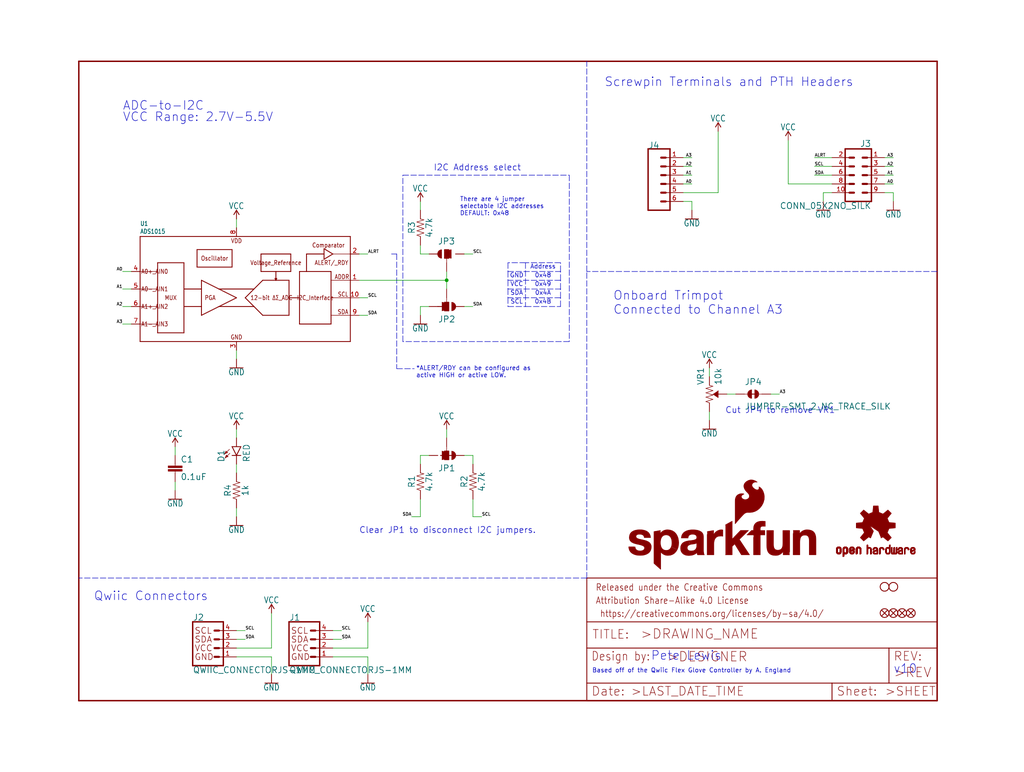
<source format=kicad_sch>
(kicad_sch (version 20211123) (generator eeschema)
  (paper "User" 297.002 223.926)
  (lib_symbols
    (symbol "eagleSchem-eagle-import:0.1UF-0603-25V-(+80{slash}-20%)"
      (property "Reference" "C" (at 1.524 2.921 0))
      (property "Value" "0.1UF-0603-25V-(+80{slash}-20%)" (at 1.524 -2.159 0))
      (symbol "0.1UF-0603-25V-(+80{slash}-20%)_1_0"
        (pin passive line (at 0 5.08 270) (length 2.54) (name "1") (number "1"))
        (pin passive line (at 0 -2.54 90) (length 2.54) (name "2") (number "2"))
      )
    )
    (symbol "eagleSchem-eagle-import:1KOHM-0603-1{slash}10W-1%"
      (property "Reference" "R" (at 0 1.524 0))
      (property "Value" "1KOHM-0603-1{slash}10W-1%" (at 0 -1.524 0))
      (symbol "1KOHM-0603-1{slash}10W-1%_1_0"
        (pin passive line (at -5.08 0 0) (length 2.54) (name "1") (number "1"))
        (pin passive line (at 5.08 0 180) (length 2.54) (name "2") (number "2"))
      )
    )
    (symbol "eagleSchem-eagle-import:4.7KOHM-0603-1{slash}10W-1%"
      (property "Reference" "R" (at 0 1.524 0))
      (property "Value" "4.7KOHM-0603-1{slash}10W-1%" (at 0 -1.524 0))
      (symbol "4.7KOHM-0603-1{slash}10W-1%_1_0"
        (pin passive line (at -5.08 0 0) (length 2.54) (name "1") (number "1"))
        (pin passive line (at 5.08 0 180) (length 2.54) (name "2") (number "2"))
      )
    )
    (symbol "eagleSchem-eagle-import:ADS1015"
      (property "Reference" "U" (at 2.54 33.02 0))
      (property "Value" "ADS1015" (at 2.54 31.242 0))
      (symbol "ADS1015_1_0"
        (text "12-bit ΔΣ_ADC" (at 40.64 12.7 0) (effects (font (size 1.27 1.0795))))
        (text "A0+_AIN0" (at 2.794 20.32 0) (effects (font (size 1.27 1.0795)) (justify left)))
        (text "A0-_AIN1" (at 2.794 15.24 0) (effects (font (size 1.27 1.0795)) (justify left)))
        (text "A1+_AIN2" (at 2.794 10.16 0) (effects (font (size 1.27 1.0795)) (justify left)))
        (text "A1-_AIN3" (at 2.794 5.08 0) (effects (font (size 1.27 1.0795)) (justify left)))
        (text "ADDR" (at 63.246 18.034 0) (effects (font (size 1.27 1.0795)) (justify right bottom)))
        (text "ALERT/_RDY" (at 62.992 22.86 0) (effects (font (size 1.27 1.0795)) (justify right)))
        (text "Comparator" (at 57.15 27.94 0) (effects (font (size 1.27 1.0795))))
        (text "GND" (at 30.48 1.27 0) (effects (font (size 1.27 1.0795))))
        (text "I2C_Interface" (at 53.34 12.7 0) (effects (font (size 1.27 1.0795))))
        (text "MUX" (at 11.43 12.7 0) (effects (font (size 1.27 1.0795))))
        (text "Oscillator" (at 24.13 24.13 0) (effects (font (size 1.27 1.0795))))
        (text "PGA" (at 22.86 12.7 0) (effects (font (size 1.27 1.0795))))
        (text "SCL" (at 62.992 12.954 0) (effects (font (size 1.27 1.0795)) (justify right bottom)))
        (text "SDA" (at 62.992 7.874 0) (effects (font (size 1.27 1.0795)) (justify right bottom)))
        (text "VDD" (at 30.48 29.21 0) (effects (font (size 1.27 1.0795))))
        (text "Voltage_Reference" (at 41.91 22.86 0) (effects (font (size 1.27 1.0795))))
        (pin bidirectional line (at 66.04 17.78 180) (length 2.54) (name "ADDR") (number "1"))
        (pin bidirectional line (at 66.04 12.7 180) (length 2.54) (name "SCL") (number "10"))
        (pin bidirectional line (at 66.04 25.4 180) (length 2.54) (name "ALERT/RDY") (number "2"))
        (pin bidirectional line (at 30.48 -2.54 90) (length 2.54) (name "VSS") (number "3"))
        (pin bidirectional line (at 0 20.32 0) (length 2.54) (name "AIN0") (number "4"))
        (pin bidirectional line (at 0 15.24 0) (length 2.54) (name "AIN1") (number "5"))
        (pin bidirectional line (at 0 10.16 0) (length 2.54) (name "AIN2") (number "6"))
        (pin bidirectional line (at 0 5.08 0) (length 2.54) (name "AIN3") (number "7"))
        (pin bidirectional line (at 30.48 33.02 270) (length 2.54) (name "VDD") (number "8"))
        (pin bidirectional line (at 66.04 7.62 180) (length 2.54) (name "SDA") (number "9"))
      )
    )
    (symbol "eagleSchem-eagle-import:CONN_05X2NO_SILK"
      (property "Reference" "J" (at -3.81 8.128 0))
      (property "Value" "CONN_05X2NO_SILK" (at -3.81 -9.906 0))
      (symbol "CONN_05X2NO_SILK_1_0"
        (pin passive line (at -7.62 5.08 0) (length 5.08) (name "1") (number "1"))
        (pin passive line (at 7.62 -5.08 180) (length 5.08) (name "10") (number "10"))
        (pin passive line (at 7.62 5.08 180) (length 5.08) (name "2") (number "2"))
        (pin passive line (at -7.62 2.54 0) (length 5.08) (name "3") (number "3"))
        (pin passive line (at 7.62 2.54 180) (length 5.08) (name "4") (number "4"))
        (pin passive line (at -7.62 0 0) (length 5.08) (name "5") (number "5"))
        (pin passive line (at 7.62 0 180) (length 5.08) (name "6") (number "6"))
        (pin passive line (at -7.62 -2.54 0) (length 5.08) (name "7") (number "7"))
        (pin passive line (at 7.62 -2.54 180) (length 5.08) (name "8") (number "8"))
        (pin passive line (at -7.62 -5.08 0) (length 5.08) (name "9") (number "9"))
      )
    )
    (symbol "eagleSchem-eagle-import:CONN_063.5MM-6"
      (property "Reference" "J" (at -5.08 10.668 0))
      (property "Value" "CONN_063.5MM-6" (at -5.08 -9.906 0))
      (symbol "CONN_063.5MM-6_1_0"
        (pin passive line (at 5.08 -5.08 180) (length 5.08) (name "1") (number "1"))
        (pin passive line (at 5.08 -2.54 180) (length 5.08) (name "2") (number "2"))
        (pin passive line (at 5.08 0 180) (length 5.08) (name "3") (number "3"))
        (pin passive line (at 5.08 2.54 180) (length 5.08) (name "4") (number "4"))
        (pin passive line (at 5.08 5.08 180) (length 5.08) (name "5") (number "5"))
        (pin passive line (at 5.08 7.62 180) (length 5.08) (name "6") (number "6"))
      )
    )
    (symbol "eagleSchem-eagle-import:FIDUCIALUFIDUCIAL")
    (symbol "eagleSchem-eagle-import:FRAME-LETTER"
      (symbol "FRAME-LETTER_2_0"
        (text " https://creativecommons.org/licenses/by-sa/4.0/" (at 2.54 24.13 0) (effects (font (size 1.9304 1.6408)) (justify left bottom)))
        (text ">DESIGNER" (at 23.114 11.176 0) (effects (font (size 2.7432 2.7432)) (justify left bottom)))
        (text ">DRAWING_NAME" (at 15.494 17.78 0) (effects (font (size 2.7432 2.7432)) (justify left bottom)))
        (text ">LAST_DATE_TIME" (at 12.7 1.27 0) (effects (font (size 2.54 2.54)) (justify left bottom)))
        (text ">REV" (at 88.9 6.604 0) (effects (font (size 2.7432 2.7432)) (justify left bottom)))
        (text ">SHEET" (at 86.36 1.27 0) (effects (font (size 2.54 2.54)) (justify left bottom)))
        (text "Attribution Share-Alike 4.0 License" (at 2.54 27.94 0) (effects (font (size 1.9304 1.6408)) (justify left bottom)))
        (text "Date:" (at 1.27 1.27 0) (effects (font (size 2.54 2.54)) (justify left bottom)))
        (text "Design by:" (at 1.27 11.43 0) (effects (font (size 2.54 2.159)) (justify left bottom)))
        (text "Released under the Creative Commons" (at 2.54 31.75 0) (effects (font (size 1.9304 1.6408)) (justify left bottom)))
        (text "REV:" (at 88.9 11.43 0) (effects (font (size 2.54 2.54)) (justify left bottom)))
        (text "Sheet:" (at 72.39 1.27 0) (effects (font (size 2.54 2.54)) (justify left bottom)))
        (text "TITLE:" (at 1.524 17.78 0) (effects (font (size 2.54 2.54)) (justify left bottom)))
      )
    )
    (symbol "eagleSchem-eagle-import:GND" (power)
      (property "Value" "GND" (at 0 -0.254 0))
      (symbol "GND_1_0"
        (pin power_in line (at 0 2.54 270) (length 2.54) (name "GND") (number "1"))
      )
    )
    (symbol "eagleSchem-eagle-import:JUMPER-SMT_2_NC_TRACE_SILK"
      (property "Reference" "JP" (at -2.54 2.54 0))
      (property "Value" "JUMPER-SMT_2_NC_TRACE_SILK" (at -2.54 -2.54 0))
      (symbol "JUMPER-SMT_2_NC_TRACE_SILK_1_0"
        (pin passive line (at -5.08 0 0) (length 2.54) (name "1") (number "1"))
        (pin passive line (at 5.08 0 180) (length 2.54) (name "2") (number "2"))
      )
    )
    (symbol "eagleSchem-eagle-import:JUMPER-SMT_3_1-NC_TRACE_NO-SILK"
      (property "Reference" "JP" (at 2.54 0.381 0))
      (property "Value" "JUMPER-SMT_3_1-NC_TRACE_NO-SILK" (at 2.54 -0.381 0))
      (symbol "JUMPER-SMT_3_1-NC_TRACE_NO-SILK_1_0"
        (pin passive line (at 0 5.08 270) (length 2.54) (name "1") (number "1"))
        (pin passive line (at -5.08 0 0) (length 2.54) (name "2") (number "2"))
        (pin passive line (at 0 -5.08 90) (length 2.54) (name "3") (number "3"))
      )
    )
    (symbol "eagleSchem-eagle-import:JUMPER-SMT_3_2-NC_TRACE_NO-SILK"
      (property "Reference" "JP" (at 2.54 0.381 0))
      (property "Value" "JUMPER-SMT_3_2-NC_TRACE_NO-SILK" (at 2.54 -0.381 0))
      (symbol "JUMPER-SMT_3_2-NC_TRACE_NO-SILK_1_0"
        (pin passive line (at 0 5.08 270) (length 2.54) (name "1") (number "1"))
        (pin passive line (at -5.08 0 0) (length 2.54) (name "2") (number "2"))
        (pin passive line (at 0 -5.08 90) (length 2.54) (name "3") (number "3"))
      )
    )
    (symbol "eagleSchem-eagle-import:JUMPER-SMT_3_NO_NO_SILK"
      (property "Reference" "JP" (at 2.54 0.381 0))
      (property "Value" "JUMPER-SMT_3_NO_NO_SILK" (at 2.54 -0.381 0))
      (symbol "JUMPER-SMT_3_NO_NO_SILK_1_0"
        (pin passive line (at 0 5.08 270) (length 2.54) (name "1") (number "1"))
        (pin passive line (at -5.08 0 0) (length 2.54) (name "2") (number "2"))
        (pin passive line (at 0 -5.08 90) (length 2.54) (name "3") (number "3"))
      )
    )
    (symbol "eagleSchem-eagle-import:LED-RED0603"
      (property "Reference" "D" (at -3.429 -4.572 90))
      (property "Value" "LED-RED0603" (at 1.905 -4.572 90))
      (symbol "LED-RED0603_1_0"
        (pin passive line (at 0 2.54 270) (length 2.54) (name "A") (number "A"))
        (pin passive line (at 0 -5.08 90) (length 2.54) (name "C") (number "C"))
      )
    )
    (symbol "eagleSchem-eagle-import:OSHW-LOGOS")
    (symbol "eagleSchem-eagle-import:QWIIC_CONNECTORJS-1MM"
      (property "Reference" "J" (at -5.08 7.874 0))
      (property "Value" "QWIIC_CONNECTORJS-1MM" (at -5.08 -5.334 0))
      (symbol "QWIIC_CONNECTORJS-1MM_1_0"
        (text "GND" (at -4.572 -2.54 0) (effects (font (size 1.778 1.778)) (justify left)))
        (text "SCL" (at -4.572 5.08 0) (effects (font (size 1.778 1.778)) (justify left)))
        (text "SDA" (at -4.572 2.54 0) (effects (font (size 1.778 1.778)) (justify left)))
        (text "VCC" (at -4.572 0 0) (effects (font (size 1.778 1.778)) (justify left)))
        (pin power_in line (at 7.62 -2.54 180) (length 5.08) (name "1") (number "1"))
        (pin power_in line (at 7.62 0 180) (length 5.08) (name "2") (number "2"))
        (pin passive line (at 7.62 2.54 180) (length 5.08) (name "3") (number "3"))
        (pin passive line (at 7.62 5.08 180) (length 5.08) (name "4") (number "4"))
      )
    )
    (symbol "eagleSchem-eagle-import:SFE_LOGO_FLAME.1_INCH")
    (symbol "eagleSchem-eagle-import:SFE_LOGO_NAME.1_INCH")
    (symbol "eagleSchem-eagle-import:STAND-OFF")
    (symbol "eagleSchem-eagle-import:TRIMPOT-SMD-3MM-CLOSED-1{slash}8W-20%"
      (property "Reference" "VR" (at -1.524 2.54 90))
      (property "Value" "TRIMPOT-SMD-3MM-CLOSED-1{slash}8W-20%" (at 1.524 2.54 90))
      (symbol "TRIMPOT-SMD-3MM-CLOSED-1{slash}8W-20%_1_0"
        (pin passive line (at 0 5.08 270) (length 2.54) (name "CCW") (number "1"))
        (pin passive line (at 5.08 0 180) (length 2.54) (name "WIPER") (number "2"))
        (pin passive line (at 0 -5.08 90) (length 2.54) (name "CW") (number "3"))
      )
    )
    (symbol "eagleSchem-eagle-import:VCC" (power)
      (property "Value" "VCC" (at 0 2.794 0))
      (symbol "VCC_1_0"
        (pin power_in line (at 0 0 90) (length 2.54) (name "VCC") (number "1"))
      )
    )
  )
  (junction (at 129.54 81.28))
  (wire (pts (xy 208.28 55.88) (xy 208.28 38.1)))
  (wire (pts (xy 198.12 50.8) (xy 200.66 50.8)))
  (wire (pts (xy 121.92 144.78) (xy 121.92 149.86)))
  (wire (pts (xy 96.52 190.5) (xy 106.68 190.5)))
  (wire (pts (xy 200.66 58.42) (xy 200.66 60.96)))
  (polyline (pts (xy 152.4 76.2) (xy 152.4 88.9)))
  (polyline (pts (xy 152.4 76.2) (xy 147.32 76.2)))
  (polyline (pts (xy 147.32 78.74) (xy 162.56 78.74)))
  (wire (pts (xy 104.14 81.28) (xy 129.54 81.28)))
  (wire (pts (xy 124.46 73.66) (xy 121.92 73.66)))
  (wire (pts (xy 68.58 149.86) (xy 68.58 147.32)))
  (wire (pts (xy 137.16 144.78) (xy 137.16 149.86)))
  (wire (pts (xy 124.46 132.08) (xy 121.92 132.08)))
  (wire (pts (xy 256.54 50.8) (xy 259.08 50.8)))
  (wire (pts (xy 256.54 48.26) (xy 259.08 48.26)))
  (wire (pts (xy 124.46 88.9) (xy 121.92 88.9)))
  (wire (pts (xy 68.58 63.5) (xy 68.58 66.04)))
  (wire (pts (xy 228.6 53.34) (xy 228.6 40.64)))
  (polyline (pts (xy 170.18 167.64) (xy 22.86 167.64)))
  (polyline (pts (xy 147.32 76.2) (xy 147.32 78.74)))
  (wire (pts (xy 213.36 114.3) (xy 210.82 114.3)))
  (wire (pts (xy 259.08 58.42) (xy 259.08 55.88)))
  (wire (pts (xy 205.74 109.22) (xy 205.74 106.68)))
  (wire (pts (xy 96.52 185.42) (xy 99.06 185.42)))
  (wire (pts (xy 198.12 48.26) (xy 200.66 48.26)))
  (wire (pts (xy 205.74 119.38) (xy 205.74 121.92)))
  (polyline (pts (xy 147.32 83.82) (xy 162.56 83.82)))
  (wire (pts (xy 38.1 93.98) (xy 35.56 93.98)))
  (wire (pts (xy 137.16 149.86) (xy 139.7 149.86)))
  (wire (pts (xy 241.3 55.88) (xy 238.76 55.88)))
  (wire (pts (xy 96.52 187.96) (xy 106.68 187.96)))
  (polyline (pts (xy 147.32 88.9) (xy 152.4 88.9)))
  (wire (pts (xy 241.3 48.26) (xy 236.22 48.26)))
  (wire (pts (xy 238.76 55.88) (xy 238.76 58.42)))
  (wire (pts (xy 68.58 190.5) (xy 78.74 190.5)))
  (wire (pts (xy 241.3 45.72) (xy 236.22 45.72)))
  (polyline (pts (xy 271.78 78.74) (xy 170.18 78.74)))
  (wire (pts (xy 198.12 55.88) (xy 208.28 55.88)))
  (polyline (pts (xy 115.062 73.66) (xy 115.062 106.934)))
  (wire (pts (xy 106.68 187.96) (xy 106.68 180.34)))
  (wire (pts (xy 134.62 73.66) (xy 137.16 73.66)))
  (wire (pts (xy 198.12 45.72) (xy 200.66 45.72)))
  (wire (pts (xy 68.58 137.16) (xy 68.58 134.62)))
  (wire (pts (xy 137.16 132.08) (xy 137.16 134.62)))
  (polyline (pts (xy 165.1 50.8) (xy 165.1 99.06)))
  (polyline (pts (xy 165.1 99.06) (xy 116.84 99.06)))
  (polyline (pts (xy 115.062 106.934) (xy 120.142 106.934)))
  (polyline (pts (xy 170.18 167.64) (xy 170.18 78.74)))
  (wire (pts (xy 256.54 53.34) (xy 259.08 53.34)))
  (wire (pts (xy 38.1 83.82) (xy 35.56 83.82)))
  (wire (pts (xy 198.12 53.34) (xy 200.66 53.34)))
  (polyline (pts (xy 116.84 50.8) (xy 165.1 50.8)))
  (wire (pts (xy 78.74 187.96) (xy 78.74 177.8)))
  (wire (pts (xy 106.68 190.5) (xy 106.68 195.58)))
  (polyline (pts (xy 162.56 76.2) (xy 152.4 76.2)))
  (polyline (pts (xy 162.56 81.28) (xy 162.56 78.74)))
  (wire (pts (xy 198.12 58.42) (xy 200.66 58.42)))
  (wire (pts (xy 50.8 139.7) (xy 50.8 142.24)))
  (wire (pts (xy 121.92 58.42) (xy 121.92 60.96)))
  (wire (pts (xy 121.92 132.08) (xy 121.92 134.62)))
  (polyline (pts (xy 170.18 78.74) (xy 170.18 17.78)))
  (polyline (pts (xy 147.32 78.74) (xy 147.32 81.28)))
  (wire (pts (xy 104.14 86.36) (xy 106.68 86.36)))
  (wire (pts (xy 121.92 149.86) (xy 119.38 149.86)))
  (wire (pts (xy 38.1 78.74) (xy 35.56 78.74)))
  (wire (pts (xy 241.3 53.34) (xy 228.6 53.34)))
  (polyline (pts (xy 147.32 81.28) (xy 147.32 83.82)))
  (wire (pts (xy 259.08 55.88) (xy 256.54 55.88)))
  (polyline (pts (xy 162.56 78.74) (xy 162.56 76.2)))
  (polyline (pts (xy 147.32 86.36) (xy 147.32 88.9)))
  (wire (pts (xy 68.58 187.96) (xy 78.74 187.96)))
  (wire (pts (xy 38.1 88.9) (xy 35.56 88.9)))
  (polyline (pts (xy 147.32 83.82) (xy 147.32 86.36)))
  (wire (pts (xy 134.62 132.08) (xy 137.16 132.08)))
  (wire (pts (xy 78.74 190.5) (xy 78.74 195.58)))
  (wire (pts (xy 50.8 129.54) (xy 50.8 132.08)))
  (polyline (pts (xy 152.4 88.9) (xy 162.56 88.9)))
  (wire (pts (xy 223.52 114.3) (xy 226.06 114.3)))
  (polyline (pts (xy 113.538 73.66) (xy 115.062 73.66)))
  (wire (pts (xy 129.54 127) (xy 129.54 124.46)))
  (wire (pts (xy 68.58 182.88) (xy 71.12 182.88)))
  (wire (pts (xy 256.54 45.72) (xy 259.08 45.72)))
  (wire (pts (xy 241.3 50.8) (xy 236.22 50.8)))
  (wire (pts (xy 68.58 124.46) (xy 68.58 127)))
  (wire (pts (xy 104.14 91.44) (xy 106.68 91.44)))
  (wire (pts (xy 104.14 73.66) (xy 106.68 73.66)))
  (polyline (pts (xy 162.56 81.28) (xy 147.32 81.28)))
  (polyline (pts (xy 162.56 86.36) (xy 147.32 86.36)))
  (polyline (pts (xy 162.56 86.36) (xy 162.56 83.82)))
  (wire (pts (xy 68.58 185.42) (xy 71.12 185.42)))
  (wire (pts (xy 96.52 182.88) (xy 99.06 182.88)))
  (polyline (pts (xy 162.56 83.82) (xy 162.56 81.28)))
  (wire (pts (xy 121.92 73.66) (xy 121.92 71.12)))
  (wire (pts (xy 129.54 78.74) (xy 129.54 81.28)))
  (wire (pts (xy 121.92 88.9) (xy 121.92 91.44)))
  (wire (pts (xy 68.58 104.14) (xy 68.58 101.6)))
  (wire (pts (xy 129.54 81.28) (xy 129.54 83.82)))
  (polyline (pts (xy 116.84 99.06) (xy 116.84 50.8)))
  (polyline (pts (xy 162.56 88.9) (xy 162.56 86.36)))
  (wire (pts (xy 134.62 88.9) (xy 137.16 88.9)))
  (text "I2C Address select" (at 125.73 49.784 180) (effects (font (size 1.778 1.778)) (justify left bottom)))
  (text "ADC-to-I2C" (at 35.56 32.258 180) (effects (font (size 2.54 2.54)) (justify left bottom)))
  (text "Clear JP1 to disconnect I2C jumpers." (at 104.14 154.94 180) (effects (font (size 1.778 1.778)) (justify left bottom)))
  (text "There are 4 jumper\nselectable I2C addresses\nDEFAULT: 0x48" (at 133.35 62.738 0) (effects (font (size 1.27 1.27)) (justify left bottom)))
  (text "Pete Lewis" (at 188.722 191.77 180) (effects (font (size 2.54 2.54)) (justify left bottom)))
  (text "0x49" (at 157.48 82.55 180) (effects (font (size 1.27 1.27))))
  (text "GND" (at 149.86 80.01 180) (effects (font (size 1.27 1.27))))
  (text "SDA" (at 149.86 85.09 180) (effects (font (size 1.27 1.27))))
  (text "Onboard Trimpot\nConnected to Channel A3" (at 177.8 91.44 180) (effects (font (size 2.54 2.54)) (justify left bottom)))
  (text "0x4A" (at 157.48 85.09 180) (effects (font (size 1.27 1.27))))
  (text "Based off of the Qwiic Flex Glove Controller by A. England" (at 171.704 195.326 0) (effects (font (size 1.27 1.27)) (justify left bottom)))
  (text "Address" (at 157.48 77.47 180) (effects (font (size 1.27 1.27))))
  (text "Cut JP4 to remove VR1" (at 210.312 120.142 180) (effects (font (size 1.778 1.778)) (justify left bottom)))
  (text "0x48" (at 157.48 80.01 180) (effects (font (size 1.27 1.27))))
  (text "Qwiic Connectors" (at 27.178 174.498 180) (effects (font (size 2.54 2.54)) (justify left bottom)))
  (text "*ALERT/RDY can be configured as\nactive HIGH or active LOW." (at 120.65 109.728 0) (effects (font (size 1.27 1.27)) (justify left bottom)))
  (text "Screwpin Terminals and PTH Headers" (at 175.26 25.4 180) (effects (font (size 2.54 2.54)) (justify left bottom)))
  (text "VCC" (at 149.86 82.55 180) (effects (font (size 1.27 1.27))))
  (text "VCC Range: 2.7V-5.5V" (at 35.56 35.56 180) (effects (font (size 2.54 2.54)) (justify left bottom)))
  (text "v10" (at 259.08 195.58 180) (effects (font (size 2.54 2.54)) (justify left bottom)))
  (text "SCL" (at 149.86 87.63 180) (effects (font (size 1.27 1.27))))
  (text "0x4B" (at 157.48 87.63 180) (effects (font (size 1.27 1.27))))
  (label "ALRT" (at 106.68 73.66 0) (effects (font (size 0.889 0.889))))
  (label "A2" (at 35.56 88.9 180) (effects (font (size 0.889 0.889))))
  (label "A2" (at 200.66 48.26 180) (effects (font (size 0.889 0.889))))
  (label "SCL" (at 137.16 73.66 0) (effects (font (size 0.889 0.889))))
  (label "A3" (at 226.06 114.3 0) (effects (font (size 0.889 0.889))))
  (label "SDA" (at 99.06 185.42 0) (effects (font (size 0.889 0.889))))
  (label "SCL" (at 236.22 48.26 0) (effects (font (size 0.889 0.889))))
  (label "SCL" (at 99.06 182.88 0) (effects (font (size 0.889 0.889))))
  (label "A3" (at 35.56 93.98 180) (effects (font (size 0.889 0.889))))
  (label "A3" (at 200.66 45.72 180) (effects (font (size 0.889 0.889))))
  (label "A0" (at 200.66 53.34 180) (effects (font (size 0.889 0.889))))
  (label "A0" (at 259.08 53.34 180) (effects (font (size 0.889 0.889))))
  (label "A2" (at 259.08 48.26 180) (effects (font (size 0.889 0.889))))
  (label "SDA" (at 137.16 88.9 0) (effects (font (size 0.889 0.889))))
  (label "A1" (at 35.56 83.82 180) (effects (font (size 0.889 0.889))))
  (label "A1" (at 200.66 50.8 180) (effects (font (size 0.889 0.889))))
  (label "SDA" (at 106.68 91.44 0) (effects (font (size 0.889 0.889))))
  (label "SDA" (at 71.12 185.42 0) (effects (font (size 0.889 0.889))))
  (label "SCL" (at 139.7 149.86 0) (effects (font (size 0.889 0.889))))
  (label "A1" (at 259.08 50.8 180) (effects (font (size 0.889 0.889))))
  (label "A0" (at 35.56 78.74 180) (effects (font (size 0.889 0.889))))
  (label "SCL" (at 106.68 86.36 0) (effects (font (size 0.889 0.889))))
  (label "A3" (at 259.08 45.72 180) (effects (font (size 0.889 0.889))))
  (label "SDA" (at 119.38 149.86 180) (effects (font (size 0.889 0.889))))
  (label "SCL" (at 71.12 182.88 0) (effects (font (size 0.889 0.889))))
  (label "ALRT" (at 236.22 45.72 0) (effects (font (size 0.889 0.889))))
  (label "SDA" (at 236.22 50.8 0) (effects (font (size 0.889 0.889))))
  (symbol (lib_id "eagleSchem-eagle-import:GND") (at 238.76 60.96 0) (mirror y) (unit 1)
    (property "Reference" "#GND6" (effects hide))
    (property "Value" "GND" (at 238.76 61.214 0) (effects (font (size 1.778 1.5113)) (justify top)))
    (property "Footprint" "eagleSchem:" (effects hide))
  )
  (symbol (lib_id "eagleSchem-eagle-import:QWIIC_CONNECTORJS-1MM") (at 88.9 187.96 0) (unit 1)
    (property "Reference" "J1" (at 83.82 180.086 0) (effects (font (size 1.778 1.778)) (justify left bottom)))
    (property "Value" "QWIIC_CONNECTORJS-1MM" (at 83.82 193.294 0) (effects (font (size 1.778 1.778)) (justify left top)))
    (property "Footprint" "eagleSchem:JST04_1MM_RA" (effects hide))
  )
  (symbol (lib_id "eagleSchem-eagle-import:GND") (at 121.92 93.98 0) (unit 1)
    (property "Reference" "#GND7" (effects hide))
    (property "Value" "GND" (at 121.92 94.234 0) (effects (font (size 1.778 1.5113)) (justify top)))
    (property "Footprint" "eagleSchem:" (effects hide))
  )
  (symbol (lib_id "eagleSchem-eagle-import:FRAME-LETTER") (at 22.86 203.2 0) (unit 1)
    (property "Reference" "FRAME1" (effects hide))
    (property "Value" "FRAME-LETTER" (effects hide))
    (property "Footprint" "eagleSchem:CREATIVE_COMMONS" (effects hide))
  )
  (symbol (lib_id "eagleSchem-eagle-import:TRIMPOT-SMD-3MM-CLOSED-1{slash}8W-20%") (at 205.74 114.3 0) (unit 1)
    (property "Reference" "VR1" (at 204.216 111.76 90) (effects (font (size 1.778 1.778)) (justify left bottom)))
    (property "Value" "10k" (at 207.264 111.76 90) (effects (font (size 1.778 1.778)) (justify left top)))
    (property "Footprint" "eagleSchem:TRIMPOT-SMD-3MM-CLOSED" (effects hide))
  )
  (symbol (lib_id "eagleSchem-eagle-import:STAND-OFF") (at 256.54 170.18 0) (unit 1)
    (property "Reference" "H1" (effects hide))
    (property "Value" "STAND-OFF" (effects hide))
    (property "Footprint" "eagleSchem:STAND-OFF" (effects hide))
  )
  (symbol (lib_id "eagleSchem-eagle-import:VCC") (at 68.58 124.46 0) (unit 1)
    (property "Reference" "#SUPPLY11" (effects hide))
    (property "Value" "VCC" (at 68.58 121.666 0) (effects (font (size 1.778 1.5113)) (justify bottom)))
    (property "Footprint" "eagleSchem:" (effects hide))
  )
  (symbol (lib_id "eagleSchem-eagle-import:GND") (at 68.58 152.4 0) (unit 1)
    (property "Reference" "#GND10" (effects hide))
    (property "Value" "GND" (at 68.58 152.654 0) (effects (font (size 1.778 1.5113)) (justify top)))
    (property "Footprint" "eagleSchem:" (effects hide))
  )
  (symbol (lib_id "eagleSchem-eagle-import:CONN_063.5MM-6") (at 193.04 50.8 0) (mirror x) (unit 1)
    (property "Reference" "J4" (at 187.96 41.148 0) (effects (font (size 1.778 1.778)) (justify left bottom)))
    (property "Value" "Screw Pin" (effects hide))
    (property "Footprint" "eagleSchem:SCREWTERMINAL-3.5MM-6" (effects hide))
  )
  (symbol (lib_id "eagleSchem-eagle-import:SFE_LOGO_NAME.1_INCH") (at 180.34 165.1 0) (unit 1)
    (property "Reference" "LOGO1" (effects hide))
    (property "Value" "SFE_LOGO_NAME.1_INCH" (effects hide))
    (property "Footprint" "eagleSchem:SFE_LOGO_NAME_.1" (effects hide))
  )
  (symbol (lib_id "eagleSchem-eagle-import:GND") (at 205.74 124.46 0) (unit 1)
    (property "Reference" "#GND8" (effects hide))
    (property "Value" "GND" (at 205.74 124.714 0) (effects (font (size 1.778 1.5113)) (justify top)))
    (property "Footprint" "eagleSchem:" (effects hide))
  )
  (symbol (lib_id "eagleSchem-eagle-import:GND") (at 78.74 198.12 0) (unit 1)
    (property "Reference" "#GND2" (effects hide))
    (property "Value" "GND" (at 78.74 198.374 0) (effects (font (size 1.778 1.5113)) (justify top)))
    (property "Footprint" "eagleSchem:" (effects hide))
  )
  (symbol (lib_id "eagleSchem-eagle-import:VCC") (at 78.74 177.8 0) (unit 1)
    (property "Reference" "#SUPPLY7" (effects hide))
    (property "Value" "VCC" (at 78.74 175.006 0) (effects (font (size 1.778 1.5113)) (justify bottom)))
    (property "Footprint" "eagleSchem:" (effects hide))
  )
  (symbol (lib_id "eagleSchem-eagle-import:JUMPER-SMT_3_NO_NO_SILK") (at 129.54 73.66 90) (unit 1)
    (property "Reference" "JP3" (at 132.08 68.961 90) (effects (font (size 1.778 1.778)) (justify left bottom)))
    (property "Value" "JUMPER-SMT_3_NO_NO_SILK" (effects hide))
    (property "Footprint" "eagleSchem:SMT-JUMPER_3_0-NO_TRACE_NO-SILK" (effects hide))
  )
  (symbol (lib_id "eagleSchem-eagle-import:JUMPER-SMT_3_2-NC_TRACE_NO-SILK") (at 129.54 132.08 270) (unit 1)
    (property "Reference" "JP1" (at 127 136.779 90) (effects (font (size 1.778 1.778)) (justify left bottom)))
    (property "Value" "JUMPER-SMT_3_2-NC_TRACE_NO-SILK" (effects hide))
    (property "Footprint" "eagleSchem:SMT-JUMPER_3_2-NC_TRACE_NO-SILK" (effects hide))
  )
  (symbol (lib_id "eagleSchem-eagle-import:FRAME-LETTER") (at 170.18 203.2 0) (unit 2)
    (property "Reference" "FRAME1" (effects hide))
    (property "Value" "FRAME-LETTER" (effects hide))
    (property "Footprint" "eagleSchem:CREATIVE_COMMONS" (effects hide))
  )
  (symbol (lib_id "eagleSchem-eagle-import:JUMPER-SMT_3_1-NC_TRACE_NO-SILK") (at 129.54 88.9 270) (unit 1)
    (property "Reference" "JP2" (at 127 93.599 90) (effects (font (size 1.778 1.778)) (justify left bottom)))
    (property "Value" "JUMPER-SMT_3_1-NC_TRACE_NO-SILK" (effects hide))
    (property "Footprint" "eagleSchem:SMT-JUMPER_3_1-NC_TRACE_NO-SILK" (effects hide))
  )
  (symbol (lib_id "eagleSchem-eagle-import:VCC") (at 106.68 180.34 0) (unit 1)
    (property "Reference" "#SUPPLY5" (effects hide))
    (property "Value" "VCC" (at 106.68 177.546 0) (effects (font (size 1.778 1.5113)) (justify bottom)))
    (property "Footprint" "eagleSchem:" (effects hide))
  )
  (symbol (lib_id "eagleSchem-eagle-import:VCC") (at 208.28 38.1 0) (unit 1)
    (property "Reference" "#SUPPLY9" (effects hide))
    (property "Value" "VCC" (at 208.28 35.306 0) (effects (font (size 1.778 1.5113)) (justify bottom)))
    (property "Footprint" "eagleSchem:" (effects hide))
  )
  (symbol (lib_id "eagleSchem-eagle-import:GND") (at 50.8 144.78 0) (unit 1)
    (property "Reference" "#GND1" (effects hide))
    (property "Value" "GND" (at 50.8 145.034 0) (effects (font (size 1.778 1.5113)) (justify top)))
    (property "Footprint" "eagleSchem:" (effects hide))
  )
  (symbol (lib_id "eagleSchem-eagle-import:STAND-OFF") (at 259.08 170.18 0) (unit 1)
    (property "Reference" "H2" (effects hide))
    (property "Value" "STAND-OFF" (effects hide))
    (property "Footprint" "eagleSchem:STAND-OFF" (effects hide))
  )
  (symbol (lib_id "eagleSchem-eagle-import:FIDUCIALUFIDUCIAL") (at 259.08 177.8 0) (unit 1)
    (property "Reference" "FD2" (effects hide))
    (property "Value" "FIDUCIALUFIDUCIAL" (effects hide))
    (property "Footprint" "eagleSchem:FIDUCIAL-MICRO" (effects hide))
  )
  (symbol (lib_id "eagleSchem-eagle-import:GND") (at 106.68 198.12 0) (unit 1)
    (property "Reference" "#GND5" (effects hide))
    (property "Value" "GND" (at 106.68 198.374 0) (effects (font (size 1.778 1.5113)) (justify top)))
    (property "Footprint" "eagleSchem:" (effects hide))
  )
  (symbol (lib_id "eagleSchem-eagle-import:FIDUCIALUFIDUCIAL") (at 261.62 177.8 0) (unit 1)
    (property "Reference" "FD3" (effects hide))
    (property "Value" "FIDUCIALUFIDUCIAL" (effects hide))
    (property "Footprint" "eagleSchem:FIDUCIAL-MICRO" (effects hide))
  )
  (symbol (lib_id "eagleSchem-eagle-import:4.7KOHM-0603-1{slash}10W-1%") (at 137.16 139.7 90) (unit 1)
    (property "Reference" "R2" (at 135.636 139.7 0) (effects (font (size 1.778 1.778)) (justify bottom)))
    (property "Value" "4.7k" (at 138.684 139.7 0) (effects (font (size 1.778 1.778)) (justify top)))
    (property "Footprint" "eagleSchem:0603" (effects hide))
  )
  (symbol (lib_id "eagleSchem-eagle-import:GND") (at 68.58 106.68 0) (unit 1)
    (property "Reference" "#GND9" (effects hide))
    (property "Value" "GND" (at 68.58 106.934 0) (effects (font (size 1.778 1.5113)) (justify top)))
    (property "Footprint" "eagleSchem:" (effects hide))
  )
  (symbol (lib_id "eagleSchem-eagle-import:VCC") (at 129.54 124.46 0) (unit 1)
    (property "Reference" "#SUPPLY2" (effects hide))
    (property "Value" "VCC" (at 129.54 121.666 0) (effects (font (size 1.778 1.5113)) (justify bottom)))
    (property "Footprint" "eagleSchem:" (effects hide))
  )
  (symbol (lib_id "eagleSchem-eagle-import:GND") (at 200.66 63.5 0) (unit 1)
    (property "Reference" "#GND11" (effects hide))
    (property "Value" "GND" (at 200.66 63.754 0) (effects (font (size 1.778 1.5113)) (justify top)))
    (property "Footprint" "eagleSchem:" (effects hide))
  )
  (symbol (lib_id "eagleSchem-eagle-import:VCC") (at 205.74 106.68 0) (unit 1)
    (property "Reference" "#SUPPLY3" (effects hide))
    (property "Value" "VCC" (at 205.74 103.886 0) (effects (font (size 1.778 1.5113)) (justify bottom)))
    (property "Footprint" "eagleSchem:" (effects hide))
  )
  (symbol (lib_id "eagleSchem-eagle-import:QWIIC_CONNECTORJS-1MM") (at 60.96 187.96 0) (unit 1)
    (property "Reference" "J2" (at 55.88 180.086 0) (effects (font (size 1.778 1.778)) (justify left bottom)))
    (property "Value" "QWIIC_CONNECTORJS-1MM" (at 55.88 193.294 0) (effects (font (size 1.778 1.778)) (justify left top)))
    (property "Footprint" "eagleSchem:JST04_1MM_RA" (effects hide))
  )
  (symbol (lib_id "eagleSchem-eagle-import:4.7KOHM-0603-1{slash}10W-1%") (at 121.92 66.04 90) (unit 1)
    (property "Reference" "R3" (at 120.396 66.04 0) (effects (font (size 1.778 1.778)) (justify bottom)))
    (property "Value" "4.7k" (at 123.444 66.04 0) (effects (font (size 1.778 1.778)) (justify top)))
    (property "Footprint" "eagleSchem:0603" (effects hide))
  )
  (symbol (lib_id "eagleSchem-eagle-import:LED-RED0603") (at 68.58 129.54 0) (unit 1)
    (property "Reference" "D1" (at 65.151 134.112 90) (effects (font (size 1.778 1.778)) (justify left bottom)))
    (property "Value" "RED" (at 70.485 134.112 90) (effects (font (size 1.778 1.778)) (justify left top)))
    (property "Footprint" "eagleSchem:LED-0603" (effects hide))
  )
  (symbol (lib_id "eagleSchem-eagle-import:FIDUCIALUFIDUCIAL") (at 264.16 177.8 0) (unit 1)
    (property "Reference" "FD4" (effects hide))
    (property "Value" "FIDUCIALUFIDUCIAL" (effects hide))
    (property "Footprint" "eagleSchem:FIDUCIAL-MICRO" (effects hide))
  )
  (symbol (lib_id "eagleSchem-eagle-import:VCC") (at 228.6 40.64 0) (mirror y) (unit 1)
    (property "Reference" "#SUPPLY6" (effects hide))
    (property "Value" "VCC" (at 228.6 37.846 0) (effects (font (size 1.778 1.5113)) (justify bottom)))
    (property "Footprint" "eagleSchem:" (effects hide))
  )
  (symbol (lib_id "eagleSchem-eagle-import:FIDUCIALUFIDUCIAL") (at 256.54 177.8 0) (unit 1)
    (property "Reference" "FD1" (effects hide))
    (property "Value" "FIDUCIALUFIDUCIAL" (effects hide))
    (property "Footprint" "eagleSchem:FIDUCIAL-MICRO" (effects hide))
  )
  (symbol (lib_id "eagleSchem-eagle-import:VCC") (at 68.58 63.5 0) (unit 1)
    (property "Reference" "#SUPPLY10" (effects hide))
    (property "Value" "VCC" (at 68.58 60.706 0) (effects (font (size 1.778 1.5113)) (justify bottom)))
    (property "Footprint" "eagleSchem:" (effects hide))
  )
  (symbol (lib_id "eagleSchem-eagle-import:GND") (at 259.08 60.96 0) (mirror y) (unit 1)
    (property "Reference" "#GND3" (effects hide))
    (property "Value" "GND" (at 259.08 61.214 0) (effects (font (size 1.778 1.5113)) (justify top)))
    (property "Footprint" "eagleSchem:" (effects hide))
  )
  (symbol (lib_id "eagleSchem-eagle-import:VCC") (at 121.92 58.42 0) (unit 1)
    (property "Reference" "#SUPPLY8" (effects hide))
    (property "Value" "VCC" (at 121.92 55.626 0) (effects (font (size 1.778 1.5113)) (justify bottom)))
    (property "Footprint" "eagleSchem:" (effects hide))
  )
  (symbol (lib_id "eagleSchem-eagle-import:OSHW-LOGOS") (at 254 152.4 0) (unit 1)
    (property "Reference" "LOGO2" (effects hide))
    (property "Value" "OSHW-LOGOS" (effects hide))
    (property "Footprint" "eagleSchem:OSHW-LOGO-S" (effects hide))
  )
  (symbol (lib_id "eagleSchem-eagle-import:SFE_LOGO_FLAME.1_INCH") (at 212.852 152.4 0) (unit 1)
    (property "Reference" "LOGO3" (effects hide))
    (property "Value" "SFE_LOGO_FLAME.1_INCH" (effects hide))
    (property "Footprint" "eagleSchem:SFE_LOGO_FLAME_.1" (effects hide))
  )
  (symbol (lib_id "eagleSchem-eagle-import:4.7KOHM-0603-1{slash}10W-1%") (at 121.92 139.7 90) (unit 1)
    (property "Reference" "R1" (at 120.396 139.7 0) (effects (font (size 1.778 1.778)) (justify bottom)))
    (property "Value" "4.7k" (at 123.444 139.7 0) (effects (font (size 1.778 1.778)) (justify top)))
    (property "Footprint" "eagleSchem:0603" (effects hide))
  )
  (symbol (lib_id "eagleSchem-eagle-import:JUMPER-SMT_2_NC_TRACE_SILK") (at 218.44 114.3 0) (unit 1)
    (property "Reference" "JP4" (at 215.9 111.76 0) (effects (font (size 1.778 1.778)) (justify left bottom)))
    (property "Value" "JUMPER-SMT_2_NC_TRACE_SILK" (at 215.9 116.84 0) (effects (font (size 1.778 1.778)) (justify left top)))
    (property "Footprint" "eagleSchem:SMT-JUMPER_2_NC_TRACE_SILK" (effects hide))
  )
  (symbol (lib_id "eagleSchem-eagle-import:1KOHM-0603-1{slash}10W-1%") (at 68.58 142.24 90) (unit 1)
    (property "Reference" "R4" (at 67.056 142.24 0) (effects (font (size 1.778 1.778)) (justify bottom)))
    (property "Value" "1k" (at 70.104 142.24 0) (effects (font (size 1.778 1.778)) (justify top)))
    (property "Footprint" "eagleSchem:0603" (effects hide))
  )
  (symbol (lib_id "eagleSchem-eagle-import:0.1UF-0603-25V-(+80{slash}-20%)") (at 50.8 137.16 0) (unit 1)
    (property "Reference" "C1" (at 52.324 134.239 0) (effects (font (size 1.778 1.778)) (justify left bottom)))
    (property "Value" "0.1uF" (at 52.324 139.319 0) (effects (font (size 1.778 1.778)) (justify left bottom)))
    (property "Footprint" "eagleSchem:0603" (effects hide))
  )
  (symbol (lib_id "eagleSchem-eagle-import:CONN_05X2NO_SILK") (at 248.92 50.8 0) (mirror y) (unit 1)
    (property "Reference" "J3" (at 252.73 42.672 0) (effects (font (size 1.778 1.778)) (justify left bottom)))
    (property "Value" "CONN_05X2NO_SILK" (at 252.73 60.706 0) (effects (font (size 1.778 1.778)) (justify left bottom)))
    (property "Footprint" "eagleSchem:2X5_NOSILK" (effects hide))
  )
  (symbol (lib_id "eagleSchem-eagle-import:ADS1015") (at 38.1 99.06 0) (unit 1)
    (property "Reference" "U1" (at 40.64 65.532 0) (effects (font (size 1.27 1.0795)) (justify left bottom)))
    (property "Value" "ADS1015" (at 40.64 67.818 0) (effects (font (size 1.27 1.0795)) (justify left bottom)))
    (property "Footprint" "eagleSchem:MSOP10" (effects hide))
  )
  (symbol (lib_id "eagleSchem-eagle-import:VCC") (at 50.8 129.54 0) (unit 1)
    (property "Reference" "#SUPPLY1" (effects hide))
    (property "Value" "VCC" (at 50.8 126.746 0) (effects (font (size 1.778 1.5113)) (justify bottom)))
    (property "Footprint" "eagleSchem:" (effects hide))
  )
)
</source>
